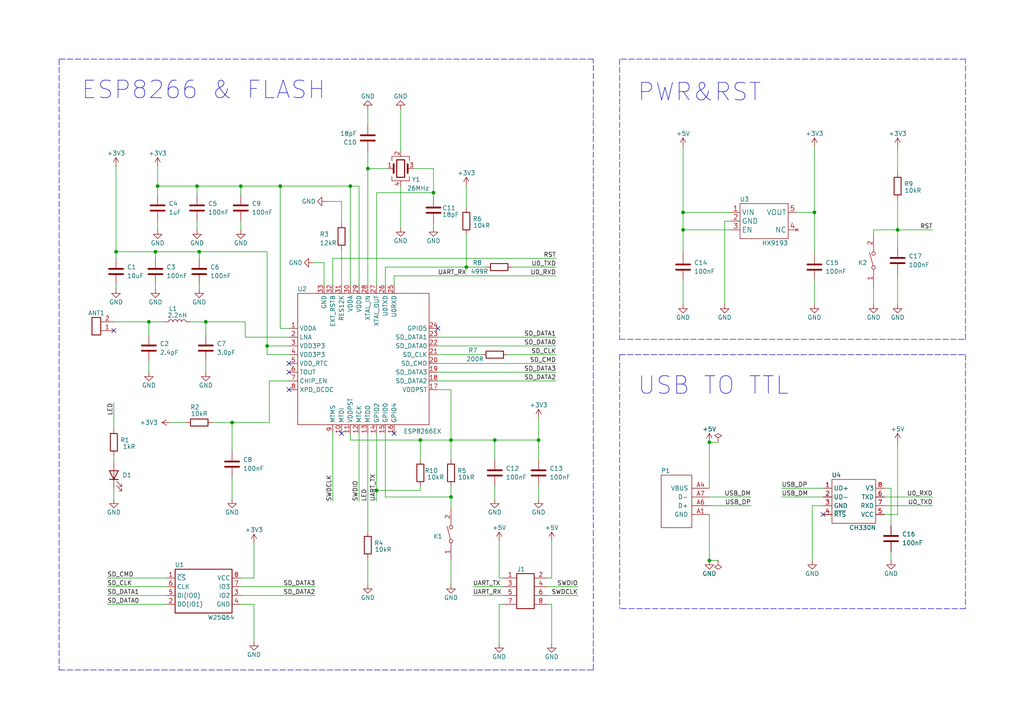
<source format=kicad_sch>
(kicad_sch (version 20211123) (generator eeschema)
  (paper "A4")
  (title_block (title "ESP8266 Wireless DAP") (date "2022-02-02") (rev "Version 1.2.1"))
  (lib_symbols
    (symbol "Connector:USB_C_Plug_USB2.0" (pin_names (offset 1.016))
      (property "Reference" "P" (at 0 16.51 0))
      (property "Value" "USB_C_Plug_USB2.0" (at 19.05 -1.27 0))
      (symbol "USB_C_Plug_USB2.0_0_0"
        (pin no_connect line (at -2.54 11.43 0) (length 2.54) hide (name "NC") (number "A5"))
        (pin no_connect line (at -2.54 8.89 0) (length 2.54) hide (name "NC") (number "A8"))
        (pin no_connect line (at -2.54 6.35 0) (length 2.54) hide (name "NC") (number "B5"))
        (pin no_connect line (at -2.54 3.81 0) (length 2.54) hide (name "NC") (number "B8"))
      )
      (symbol "USB_C_Plug_USB2.0_0_1"
        (rectangle (start 0 15.24) (end 8.89 0))
      )
      (symbol "USB_C_Plug_USB2.0_1_1"
        (pin passive line (at 13.97 3.81 180) (length 5.08) (name "GND") (number "A1"))
        (pin passive line (at 13.97 3.81 180) (length 5.08) hide (name "GND") (number "A12"))
        (pin passive line (at 13.97 11.43 180) (length 5.08) (name "VBUS") (number "A4"))
        (pin bidirectional line (at 13.97 6.35 180) (length 5.08) (name "D+") (number "A6"))
        (pin bidirectional line (at 13.97 8.89 180) (length 5.08) (name "D-") (number "A7"))
        (pin passive line (at 13.97 11.43 180) (length 5.08) hide (name "VBUS") (number "A9"))
        (pin passive line (at 13.97 3.81 180) (length 5.08) hide (name "GND") (number "B1"))
        (pin passive line (at 13.97 3.81 180) (length 5.08) hide (name "GND") (number "B12"))
        (pin passive line (at 13.97 11.43 180) (length 5.08) hide (name "VBUS") (number "B4"))
        (pin bidirectional line (at 13.97 6.35 180) (length 5.08) hide (name "D+") (number "B6"))
        (pin bidirectional line (at 13.97 8.89 180) (length 5.08) hide (name "D-") (number "B7"))
        (pin passive line (at 13.97 11.43 180) (length 5.08) hide (name "VBUS") (number "B9"))
      )
    )
    (symbol "Connector_Generic:Conn_01x02" (pin_names (offset 1.016) hide)
      (property "Reference" "J" (at 0 2.54 0))
      (property "Value" "Conn_01x02" (at 0 -5.08 0))
      (symbol "Conn_01x02_1_1"
        (rectangle (start -1.27 1.27) (end 1.27 -3.81) (stroke (width 0.254)))
        (pin passive line (at -5.08 0 0) (length 3.81) (name "Pin_1") (number "1"))
        (pin passive line (at -5.08 -2.54 0) (length 3.81) (name "Pin_2") (number "2"))
      )
    )
    (symbol "Connector_Generic:Conn_02x04_Odd_Even" (pin_names (offset 1.016) hide)
      (property "Reference" "J" (at 1.27 5.08 0))
      (property "Value" "Conn_02x04_Odd_Even" (at 1.27 -7.62 0))
      (symbol "Conn_02x04_Odd_Even_1_1"
        (rectangle (start -1.27 3.81) (end 3.81 -6.35) (stroke (width 0.254)))
        (pin passive line (at -5.08 2.54 0) (length 3.81) (name "Pin_1") (number "1"))
        (pin passive line (at 7.62 2.54 180) (length 3.81) (name "Pin_2") (number "2"))
        (pin passive line (at -5.08 0 0) (length 3.81) (name "Pin_3") (number "3"))
        (pin passive line (at 7.62 0 180) (length 3.81) (name "Pin_4") (number "4"))
        (pin passive line (at -5.08 -2.54 0) (length 3.81) (name "Pin_5") (number "5"))
        (pin passive line (at 7.62 -2.54 180) (length 3.81) (name "Pin_6") (number "6"))
        (pin passive line (at -5.08 -5.08 0) (length 3.81) (name "Pin_7") (number "7"))
        (pin passive line (at 7.62 -5.08 180) (length 3.81) (name "Pin_8") (number "8"))
      )
    )
    (symbol "Device:C" (pin_numbers hide) (pin_names (offset 0.254))
      (property "Reference" "C" (at 0.635 2.54 0))
      (property "Value" "C" (at 0.635 -2.54 0))
      (symbol "C_0_1"
        (polyline (pts (xy -2.032 -0.762) (xy 2.032 -0.762)) (stroke (width 0.508)))
        (polyline (pts (xy -2.032 0.762) (xy 2.032 0.762)) (stroke (width 0.508)))
      )
      (symbol "C_1_1"
        (pin passive line (at 0 3.81 270) (length 2.794) (name "~") (number "1"))
        (pin passive line (at 0 -3.81 90) (length 2.794) (name "~") (number "2"))
      )
    )
    (symbol "Device:Crystal_GND24" (pin_names (offset 1.016) hide)
      (property "Reference" "Y" (at 3.175 5.08 0))
      (property "Value" "Crystal_GND24" (at 3.175 3.175 0))
      (symbol "Crystal_GND24_0_1"
        (rectangle (start -1.143 2.54) (end 1.143 -2.54) (stroke (width 0.3048)))
        (polyline (pts (xy -2.54 0) (xy -2.032 0)))
        (polyline (pts (xy -2.032 -1.27) (xy -2.032 1.27)) (stroke (width 0.508)))
        (polyline (pts (xy 0 -3.81) (xy 0 -3.556)))
        (polyline (pts (xy 0 3.556) (xy 0 3.81)))
        (polyline (pts (xy 2.032 -1.27) (xy 2.032 1.27)) (stroke (width 0.508)))
        (polyline (pts (xy 2.032 0) (xy 2.54 0)))
        (polyline (pts (xy -2.54 -2.286) (xy -2.54 -3.556) (xy 2.54 -3.556) (xy 2.54 -2.286)))
        (polyline (pts (xy -2.54 2.286) (xy -2.54 3.556) (xy 2.54 3.556) (xy 2.54 2.286)))
      )
      (symbol "Crystal_GND24_1_1"
        (pin passive line (at -3.81 0 0) (length 1.27) (name "1") (number "1"))
        (pin passive line (at 0 5.08 270) (length 1.27) (name "2") (number "2"))
        (pin passive line (at 3.81 0 180) (length 1.27) (name "3") (number "3"))
        (pin passive line (at 0 -5.08 90) (length 1.27) (name "4") (number "4"))
      )
    )
    (symbol "Device:L" (pin_numbers hide) (pin_names (offset 1.016) hide)
      (property "Reference" "L" (at -1.27 0 90))
      (property "Value" "L" (at 1.905 0 90))
      (symbol "L_0_1"
        (arc (start 0 -2.54) (mid 0.635 -1.905) (end 0 -1.27))
        (arc (start 0 -1.27) (mid 0.635 -0.635) (end 0 0))
        (arc (start 0 0) (mid 0.635 0.635) (end 0 1.27))
        (arc (start 0 1.27) (mid 0.635 1.905) (end 0 2.54))
      )
      (symbol "L_1_1"
        (pin passive line (at 0 3.81 270) (length 1.27) (name "1") (number "1"))
        (pin passive line (at 0 -3.81 90) (length 1.27) (name "2") (number "2"))
      )
    )
    (symbol "Device:LED" (pin_numbers hide) (pin_names (offset 1.016) hide)
      (property "Reference" "D" (at 0 2.54 0))
      (property "Value" "LED" (at 0 -2.54 0))
      (symbol "LED_0_1"
        (polyline (pts (xy -1.27 -1.27) (xy -1.27 1.27)) (stroke (width 0.254)))
        (polyline (pts (xy -1.27 0) (xy 1.27 0)))
        (polyline (pts (xy 1.27 -1.27) (xy 1.27 1.27) (xy -1.27 0) (xy 1.27 -1.27)) (stroke (width 0.254)))
        (polyline (pts (xy -3.048 -0.762) (xy -4.572 -2.286) (xy -3.81 -2.286) (xy -4.572 -2.286) (xy -4.572 -1.524)))
        (polyline (pts (xy -1.778 -0.762) (xy -3.302 -2.286) (xy -2.54 -2.286) (xy -3.302 -2.286) (xy -3.302 -1.524)))
      )
      (symbol "LED_1_1"
        (pin passive line (at -3.81 0 0) (length 2.54) (name "K") (number "1"))
        (pin passive line (at 3.81 0 180) (length 2.54) (name "A") (number "2"))
      )
    )
    (symbol "Device:R" (pin_numbers hide) (pin_names (offset 0))
      (property "Reference" "R" (at 2.032 0 90))
      (property "Value" "R" (at 0 0 90))
      (symbol "R_0_1"
        (rectangle (start -1.016 -2.54) (end 1.016 2.54) (stroke (width 0.254)))
      )
      (symbol "R_1_1"
        (pin passive line (at 0 3.81 270) (length 1.27) (name "~") (number "1"))
        (pin passive line (at 0 -3.81 90) (length 1.27) (name "~") (number "2"))
      )
    )
    (symbol "ESP8266:ESP8266EX"
      (property "Reference" "U" (at 31.75 39.37 0))
      (property "Value" "ESP8266EX" (at 35.56 -1.27 0))
      (symbol "ESP8266EX_0_1"
        (rectangle (start 0 38.1) (end 38.1 0))
      )
      (symbol "ESP8266EX_1_1"
        (pin power_in line (at -2.54 27.94 0) (length 2.54) (name "VDDA") (number "1"))
        (pin bidirectional line (at 12.7 -2.54 90) (length 2.54) (name "MTDI") (number "10"))
        (pin power_in line (at 15.24 -2.54 90) (length 2.54) (name "VDDPST") (number "11"))
        (pin bidirectional line (at 17.78 -2.54 90) (length 2.54) (name "MTCK") (number "12"))
        (pin bidirectional line (at 20.32 -2.54 90) (length 2.54) (name "MTDO") (number "13"))
        (pin bidirectional line (at 22.86 -2.54 90) (length 2.54) (name "GPIO2") (number "14"))
        (pin bidirectional line (at 25.4 -2.54 90) (length 2.54) (name "GPIO0") (number "15"))
        (pin bidirectional line (at 27.94 -2.54 90) (length 2.54) (name "GPIO4") (number "16"))
        (pin power_in line (at 40.64 10.16 180) (length 2.54) (name "VDDPST") (number "17"))
        (pin bidirectional line (at 40.64 12.7 180) (length 2.54) (name "SD_DATA2") (number "18"))
        (pin bidirectional line (at 40.64 15.24 180) (length 2.54) (name "SD_DATA3") (number "19"))
        (pin input line (at -2.54 25.4 0) (length 2.54) (name "LNA") (number "2"))
        (pin bidirectional line (at 40.64 17.78 180) (length 2.54) (name "SD_CMD") (number "20"))
        (pin bidirectional line (at 40.64 20.32 180) (length 2.54) (name "SD_CLK") (number "21"))
        (pin bidirectional line (at 40.64 22.86 180) (length 2.54) (name "SD_DATA0") (number "22"))
        (pin bidirectional line (at 40.64 25.4 180) (length 2.54) (name "SD_DATA1") (number "23"))
        (pin bidirectional line (at 40.64 27.94 180) (length 2.54) (name "GPIO5") (number "24"))
        (pin bidirectional line (at 27.94 40.64 270) (length 2.54) (name "U0RXD") (number "25"))
        (pin bidirectional line (at 25.4 40.64 270) (length 2.54) (name "U0TXD") (number "26"))
        (pin input line (at 22.86 40.64 270) (length 2.54) (name "XTAL_OUT") (number "27"))
        (pin input line (at 20.32 40.64 270) (length 2.54) (name "XTAL_IN") (number "28"))
        (pin power_in line (at 17.78 40.64 270) (length 2.54) (name "VDDD") (number "29"))
        (pin power_in line (at -2.54 22.86 0) (length 2.54) (name "VDD3P3") (number "3"))
        (pin power_in line (at 15.24 40.64 270) (length 2.54) (name "VDDA") (number "30"))
        (pin output line (at 12.7 40.64 270) (length 2.54) (name "RES12K") (number "31"))
        (pin input line (at 10.16 40.64 270) (length 2.54) (name "EXT_RSTB") (number "32"))
        (pin power_in line (at 7.62 40.64 270) (length 2.54) (name "GND") (number "33"))
        (pin power_in line (at -2.54 20.32 0) (length 2.54) (name "VDD3P3") (number "4"))
        (pin passive line (at -2.54 17.78 0) (length 2.54) (name "VDD_RTC") (number "5"))
        (pin passive line (at -2.54 15.24 0) (length 2.54) (name "TOUT") (number "6"))
        (pin input line (at -2.54 12.7 0) (length 2.54) (name "CHIP_EN") (number "7"))
        (pin passive line (at -2.54 10.16 0) (length 2.54) (name "XPD_DCDC") (number "8"))
        (pin bidirectional line (at 10.16 -2.54 90) (length 2.54) (name "MTMS") (number "9"))
      )
    )
    (symbol "ESP8266:HX9193"
      (property "Reference" "U" (at 1.27 11.43 0))
      (property "Value" "HX9193" (at 10.16 -1.27 0))
      (symbol "HX9193_0_1"
        (rectangle (start 0 10.16) (end 13.97 0))
      )
      (symbol "HX9193_1_1"
        (pin power_in line (at -2.54 7.62 0) (length 2.54) (name "VIN") (number "1"))
        (pin power_in line (at -2.54 5.08 0) (length 2.54) (name "GND") (number "2"))
        (pin input line (at -2.54 2.54 0) (length 2.54) (name "EN") (number "3"))
        (pin no_connect line (at 16.51 2.54 180) (length 2.54) (name "NC") (number "4"))
        (pin power_out line (at 16.51 7.62 180) (length 2.54) (name "VOUT") (number "5"))
      )
    )
    (symbol "ESP8266:W25Q64"
      (property "Reference" "U" (at 1.27 13.97 0))
      (property "Value" "W25Q64" (at 12.7 -1.27 0))
      (symbol "W25Q64_0_1"
        (rectangle (start 0 12.7) (end 16.51 0) (stroke (width 0.254)))
      )
      (symbol "W25Q64_1_1"
        (pin input line (at -2.54 10.16 0) (length 2.54) (name "~{CS}") (number "1"))
        (pin bidirectional line (at -2.54 2.54 0) (length 2.54) (name "DO(IO1)") (number "2"))
        (pin bidirectional line (at 19.05 5.08 180) (length 2.54) (name "IO2") (number "3"))
        (pin power_in line (at 19.05 2.54 180) (length 2.54) (name "GND") (number "4"))
        (pin bidirectional line (at -2.54 5.08 0) (length 2.54) (name "DI(IO0)") (number "5"))
        (pin input line (at -2.54 7.62 0) (length 2.54) (name "CLK") (number "6"))
        (pin bidirectional line (at 19.05 7.62 180) (length 2.54) (name "IO3") (number "7"))
        (pin power_in line (at 19.05 10.16 180) (length 2.54) (name "VCC") (number "8"))
      )
    )
    (symbol "Interface_USB:CH330N"
      (property "Reference" "U" (at 0 13.97 0))
      (property "Value" "CH330N" (at 15.24 -1.27 0))
      (symbol "CH330N_0_1"
        (rectangle (start 0 12.7) (end 12.7 0))
      )
      (symbol "CH330N_1_1"
        (pin bidirectional line (at -2.54 10.16 0) (length 2.54) (name "UD+") (number "1"))
        (pin bidirectional line (at -2.54 7.62 0) (length 2.54) (name "UD-") (number "2"))
        (pin power_in line (at -2.54 5.08 0) (length 2.54) (name "GND") (number "3"))
        (pin output line (at -2.54 2.54 0) (length 2.54) (name "~{RTS}") (number "4"))
        (pin power_in line (at 15.24 2.54 180) (length 2.54) (name "VCC") (number "5"))
        (pin output line (at 15.24 7.62 180) (length 2.54) (name "TXD") (number "6"))
        (pin input line (at 15.24 5.08 180) (length 2.54) (name "RXD") (number "7"))
        (pin passive line (at 15.24 10.16 180) (length 2.54) (name "V3") (number "8"))
      )
    )
    (symbol "Switch:SW_DIP_x01" (pin_names (offset 0) hide)
      (property "Reference" "SW" (at 0 3.81 0))
      (property "Value" "SW_DIP_x01" (at 0 -3.81 0))
      (symbol "SW_DIP_x01_0_0"
        (circle (center -2.032 0) (radius 0.508))
        (polyline (pts (xy -1.524 0.127) (xy 2.3622 1.1684)))
        (circle (center 2.032 0) (radius 0.508))
      )
      (symbol "SW_DIP_x01_1_1"
        (pin passive line (at -7.62 0 0) (length 5.08) (name "~") (number "1"))
        (pin passive line (at 7.62 0 180) (length 5.08) (name "~") (number "2"))
      )
    )
    (symbol "power:+3.3V" (power) (pin_names (offset 0))
      (property "Value" "+3.3V" (at 0 3.556 0))
      (symbol "+3.3V_0_1"
        (polyline (pts (xy -0.762 1.27) (xy 0 2.54)))
        (polyline (pts (xy 0 0) (xy 0 2.54)))
        (polyline (pts (xy 0 2.54) (xy 0.762 1.27)))
      )
      (symbol "+3.3V_1_1"
        (pin power_in line (at 0 0 90) (length 0) hide (name "+3V3") (number "1"))
      )
    )
    (symbol "power:+5V" (power) (pin_names (offset 0))
      (property "Value" "+5V" (at 0 3.556 0))
      (symbol "+5V_0_1"
        (polyline (pts (xy -0.762 1.27) (xy 0 2.54)))
        (polyline (pts (xy 0 0) (xy 0 2.54)))
        (polyline (pts (xy 0 2.54) (xy 0.762 1.27)))
      )
      (symbol "+5V_1_1"
        (pin power_in line (at 0 0 90) (length 0) hide (name "+5V") (number "1"))
      )
    )
    (symbol "power:GND" (power) (pin_names (offset 0))
      (property "Value" "GND" (at 0 -3.81 0))
      (symbol "GND_0_1"
        (polyline (pts (xy 0 0) (xy 0 -1.27) (xy 1.27 -1.27) (xy 0 -2.54) (xy -1.27 -1.27) (xy 0 -1.27)))
      )
      (symbol "GND_1_1"
        (pin power_in line (at 0 0 270) (length 0) hide (name "GND") (number "1"))
      )
    )
    (symbol "power:PWR_FLAG" (power) (pin_numbers hide) (pin_names (offset 0) hide)
      (property "Value" "PWR_FLAG" (at 0 3.81 0))
      (symbol "PWR_FLAG_0_0"
        (pin power_out line (at 0 0 90) (length 0) (name "pwr") (number "1"))
      )
      (symbol "PWR_FLAG_0_1"
        (polyline (pts (xy 0 0) (xy 0 1.27) (xy -1.016 1.905) (xy 0 2.54) (xy 1.016 1.905) (xy 0 1.27)))
      )
    )
  )
  (junction (at 121.92 127.635))
  (junction (at 135.255 77.47))
  (junction (at 260.35 66.675))
  (junction (at 81.28 53.975))
  (junction (at 156.21 127.635))
  (junction (at 205.74 162.56))
  (junction (at 45.085 73.025))
  (junction (at 57.785 73.025))
  (junction (at 130.81 127.635))
  (junction (at 205.74 128.27))
  (junction (at 67.31 122.555))
  (junction (at 43.18 93.345))
  (junction (at 125.73 55.88))
  (junction (at 77.47 100.33))
  (junction (at 33.655 73.025))
  (junction (at 143.51 127.635))
  (junction (at 69.85 53.975))
  (junction (at 198.12 61.595))
  (junction (at 101.6 53.975))
  (junction (at 57.15 53.975))
  (junction (at 106.68 48.895))
  (junction (at 236.22 61.595))
  (junction (at 198.12 66.675))
  (junction (at 130.81 144.145))
  (junction (at 59.69 93.345))
  (junction (at 45.72 53.975))
  (junction (at 109.22 142.24))
  (no_connect (at 33.02 95.885))
  (no_connect (at 238.76 149.225))
  (no_connect (at 99.06 125.73))
  (no_connect (at 127 95.25))
  (no_connect (at 114.3 125.73))
  (no_connect (at 83.82 107.95))
  (no_connect (at 83.82 105.41))
  (no_connect (at 83.82 113.03))
  (wire (pts (xy 198.12 66.675) (xy 212.09 66.675)))
  (wire (pts (xy 130.81 162.56) (xy 130.81 169.545)))
  (wire (pts (xy 125.73 48.895) (xy 120.015 48.895)))
  (wire (pts (xy 127 105.41) (xy 161.29 105.41)))
  (wire (pts (xy 205.74 128.27) (xy 205.74 141.605)))
  (wire (pts (xy 198.12 66.675) (xy 198.12 73.66)))
  (wire (pts (xy 226.695 141.605) (xy 238.76 141.605)))
  (wire (pts (xy 31.115 167.64) (xy 48.26 167.64)))
  (wire (pts (xy 205.74 162.56) (xy 208.28 162.56)))
  (wire (pts (xy 109.22 82.55) (xy 109.22 55.88)))
  (wire (pts (xy 111.76 144.145) (xy 130.81 144.145)))
  (wire (pts (xy 93.98 76.2) (xy 93.98 82.55)))
  (wire (pts (xy 45.72 53.975) (xy 57.15 53.975)))
  (wire (pts (xy 260.35 149.225) (xy 256.54 149.225)))
  (wire (pts (xy 33.02 93.345) (xy 43.18 93.345)))
  (wire (pts (xy 256.54 144.145) (xy 270.51 144.145)))
  (wire (pts (xy 101.6 53.975) (xy 81.28 53.975)))
  (polyline (pts (xy 280.035 176.53) (xy 179.705 176.53)))
  (wire (pts (xy 127 107.95) (xy 161.29 107.95)))
  (wire (pts (xy 96.52 125.73) (xy 96.52 145.415)))
  (wire (pts (xy 143.51 140.97) (xy 143.51 144.78)))
  (wire (pts (xy 114.3 82.55) (xy 114.3 80.01)))
  (wire (pts (xy 77.47 73.025) (xy 77.47 100.33)))
  (wire (pts (xy 99.06 72.39) (xy 99.06 82.55)))
  (wire (pts (xy 81.28 95.25) (xy 81.28 53.975)))
  (wire (pts (xy 158.75 175.26) (xy 160.02 175.26)))
  (wire (pts (xy 127 102.87) (xy 139.7 102.87)))
  (wire (pts (xy 45.72 53.975) (xy 45.72 56.515)))
  (wire (pts (xy 125.73 57.15) (xy 125.73 55.88)))
  (polyline (pts (xy 179.705 102.87) (xy 280.035 102.87)))
  (wire (pts (xy 109.22 125.73) (xy 109.22 142.24)))
  (wire (pts (xy 236.22 61.595) (xy 236.22 42.545)))
  (wire (pts (xy 77.47 100.33) (xy 77.47 102.87)))
  (wire (pts (xy 160.02 167.64) (xy 160.02 156.845)))
  (wire (pts (xy 104.14 53.975) (xy 101.6 53.975)))
  (wire (pts (xy 57.15 56.515) (xy 57.15 53.975)))
  (wire (pts (xy 210.185 64.135) (xy 210.185 88.265)))
  (wire (pts (xy 253.365 67.945) (xy 253.365 66.675)))
  (wire (pts (xy 116.205 53.975) (xy 116.205 66.04)))
  (wire (pts (xy 67.31 122.555) (xy 67.31 130.81)))
  (wire (pts (xy 69.85 53.975) (xy 81.28 53.975)))
  (wire (pts (xy 57.15 53.975) (xy 69.85 53.975)))
  (wire (pts (xy 144.78 156.845) (xy 144.78 167.64)))
  (wire (pts (xy 106.68 36.195) (xy 106.68 31.75)))
  (wire (pts (xy 135.255 77.47) (xy 140.97 77.47)))
  (wire (pts (xy 69.85 64.135) (xy 69.85 66.675)))
  (polyline (pts (xy 280.035 17.145) (xy 179.705 17.145)))
  (wire (pts (xy 130.81 113.03) (xy 127 113.03)))
  (wire (pts (xy 130.81 127.635) (xy 130.81 133.35)))
  (wire (pts (xy 94.615 58.42) (xy 99.06 58.42)))
  (wire (pts (xy 78.105 110.49) (xy 78.105 122.555)))
  (wire (pts (xy 109.22 142.24) (xy 109.22 145.415)))
  (wire (pts (xy 258.445 141.605) (xy 258.445 152.4)))
  (wire (pts (xy 33.02 116.84) (xy 33.02 124.46)))
  (wire (pts (xy 253.365 66.675) (xy 260.35 66.675)))
  (wire (pts (xy 45.72 48.26) (xy 45.72 53.975)))
  (polyline (pts (xy 179.705 98.425) (xy 280.035 98.425)))
  (wire (pts (xy 83.82 100.33) (xy 77.47 100.33)))
  (wire (pts (xy 90.805 76.2) (xy 93.98 76.2)))
  (wire (pts (xy 236.22 81.28) (xy 236.22 88.265)))
  (wire (pts (xy 125.73 64.77) (xy 125.73 66.04)))
  (wire (pts (xy 156.21 140.97) (xy 156.21 144.78)))
  (wire (pts (xy 156.21 127.635) (xy 156.21 133.35)))
  (wire (pts (xy 57.785 73.025) (xy 77.47 73.025)))
  (wire (pts (xy 156.21 121.285) (xy 156.21 127.635)))
  (wire (pts (xy 135.255 53.975) (xy 135.255 60.325)))
  (wire (pts (xy 83.82 97.79) (xy 71.12 97.79)))
  (wire (pts (xy 33.02 141.605) (xy 33.02 144.78)))
  (wire (pts (xy 236.22 61.595) (xy 236.22 73.66)))
  (wire (pts (xy 33.02 133.985) (xy 33.02 132.08)))
  (wire (pts (xy 101.6 127.635) (xy 121.92 127.635)))
  (wire (pts (xy 130.81 144.145) (xy 130.81 147.32)))
  (wire (pts (xy 106.68 48.895) (xy 112.395 48.895)))
  (wire (pts (xy 111.76 125.73) (xy 111.76 144.145)))
  (wire (pts (xy 73.66 175.26) (xy 73.66 186.055)))
  (wire (pts (xy 43.18 104.775) (xy 43.18 107.95)))
  (wire (pts (xy 111.76 82.55) (xy 111.76 77.47)))
  (wire (pts (xy 101.6 125.73) (xy 101.6 127.635)))
  (polyline (pts (xy 172.085 194.31) (xy 172.085 17.145)))
  (wire (pts (xy 144.78 175.26) (xy 144.78 186.69)))
  (wire (pts (xy 160.02 175.26) (xy 160.02 186.69)))
  (polyline (pts (xy 280.035 102.87) (xy 280.035 176.53)))
  (wire (pts (xy 235.585 162.56) (xy 235.585 146.685)))
  (wire (pts (xy 33.655 48.26) (xy 33.655 73.025)))
  (wire (pts (xy 256.54 146.685) (xy 270.51 146.685)))
  (wire (pts (xy 121.92 127.635) (xy 130.81 127.635)))
  (wire (pts (xy 106.68 125.73) (xy 106.68 154.305)))
  (wire (pts (xy 49.53 122.555) (xy 53.975 122.555)))
  (wire (pts (xy 109.22 55.88) (xy 125.73 55.88)))
  (wire (pts (xy 71.12 93.345) (xy 59.69 93.345)))
  (wire (pts (xy 33.655 82.55) (xy 33.655 83.82)))
  (wire (pts (xy 83.82 95.25) (xy 81.28 95.25)))
  (wire (pts (xy 111.76 77.47) (xy 135.255 77.47)))
  (wire (pts (xy 205.74 128.27) (xy 208.28 128.27)))
  (wire (pts (xy 83.82 110.49) (xy 78.105 110.49)))
  (wire (pts (xy 158.75 167.64) (xy 160.02 167.64)))
  (wire (pts (xy 73.66 157.48) (xy 73.66 167.64)))
  (wire (pts (xy 226.695 144.145) (xy 238.76 144.145)))
  (wire (pts (xy 137.16 170.18) (xy 146.05 170.18)))
  (wire (pts (xy 161.29 74.93) (xy 96.52 74.93)))
  (wire (pts (xy 45.085 74.93) (xy 45.085 73.025)))
  (wire (pts (xy 114.3 80.01) (xy 161.29 80.01)))
  (wire (pts (xy 116.205 43.815) (xy 116.205 31.75)))
  (wire (pts (xy 205.74 149.225) (xy 205.74 162.56)))
  (wire (pts (xy 205.74 144.145) (xy 217.805 144.145)))
  (polyline (pts (xy 179.705 102.87) (xy 179.705 176.53)))
  (wire (pts (xy 125.73 48.895) (xy 125.73 55.88)))
  (wire (pts (xy 198.12 42.545) (xy 198.12 61.595)))
  (wire (pts (xy 258.445 160.02) (xy 258.445 162.56)))
  (wire (pts (xy 148.59 77.47) (xy 161.29 77.47)))
  (wire (pts (xy 256.54 141.605) (xy 258.445 141.605)))
  (wire (pts (xy 33.655 73.025) (xy 45.085 73.025)))
  (wire (pts (xy 31.115 172.72) (xy 48.26 172.72)))
  (wire (pts (xy 260.35 42.545) (xy 260.35 50.165)))
  (wire (pts (xy 106.68 161.925) (xy 106.68 169.545)))
  (wire (pts (xy 198.12 81.28) (xy 198.12 88.265)))
  (wire (pts (xy 147.32 102.87) (xy 161.29 102.87)))
  (wire (pts (xy 45.085 82.55) (xy 45.085 83.82)))
  (wire (pts (xy 212.09 64.135) (xy 210.185 64.135)))
  (wire (pts (xy 109.22 142.24) (xy 121.92 142.24)))
  (wire (pts (xy 69.85 175.26) (xy 73.66 175.26)))
  (wire (pts (xy 73.66 167.64) (xy 69.85 167.64)))
  (wire (pts (xy 235.585 146.685) (xy 238.76 146.685)))
  (wire (pts (xy 47.625 93.345) (xy 43.18 93.345)))
  (wire (pts (xy 69.85 53.975) (xy 69.85 56.515)))
  (wire (pts (xy 260.35 128.27) (xy 260.35 149.225)))
  (wire (pts (xy 57.15 64.135) (xy 57.15 66.675)))
  (wire (pts (xy 61.595 122.555) (xy 67.31 122.555)))
  (polyline (pts (xy 280.035 98.425) (xy 280.035 17.145)))
  (wire (pts (xy 45.72 64.135) (xy 45.72 66.675)))
  (wire (pts (xy 69.85 170.18) (xy 91.44 170.18)))
  (wire (pts (xy 198.12 61.595) (xy 198.12 66.675)))
  (wire (pts (xy 143.51 127.635) (xy 130.81 127.635)))
  (wire (pts (xy 59.69 104.775) (xy 59.69 107.95)))
  (wire (pts (xy 130.81 140.97) (xy 130.81 144.145)))
  (wire (pts (xy 260.35 79.375) (xy 260.35 88.265)))
  (wire (pts (xy 127 100.33) (xy 161.29 100.33)))
  (wire (pts (xy 106.68 82.55) (xy 106.68 48.895)))
  (wire (pts (xy 127 97.79) (xy 161.29 97.79)))
  (polyline (pts (xy 17.145 194.31) (xy 172.085 194.31)))
  (wire (pts (xy 106.68 43.815) (xy 106.68 48.895)))
  (wire (pts (xy 127 110.49) (xy 161.29 110.49)))
  (wire (pts (xy 121.92 142.24) (xy 121.92 140.97)))
  (wire (pts (xy 45.085 73.025) (xy 57.785 73.025)))
  (wire (pts (xy 55.245 93.345) (xy 59.69 93.345)))
  (wire (pts (xy 96.52 74.93) (xy 96.52 82.55)))
  (wire (pts (xy 78.105 122.555) (xy 67.31 122.555)))
  (wire (pts (xy 135.255 77.47) (xy 135.255 67.945)))
  (wire (pts (xy 121.92 127.635) (xy 121.92 133.35)))
  (wire (pts (xy 104.14 125.73) (xy 104.14 145.415)))
  (wire (pts (xy 146.05 175.26) (xy 144.78 175.26)))
  (wire (pts (xy 57.785 82.55) (xy 57.785 83.82)))
  (wire (pts (xy 260.35 57.785) (xy 260.35 66.675)))
  (wire (pts (xy 156.21 127.635) (xy 143.51 127.635)))
  (wire (pts (xy 99.06 58.42) (xy 99.06 64.77)))
  (wire (pts (xy 69.85 172.72) (xy 91.44 172.72)))
  (wire (pts (xy 260.35 66.675) (xy 260.35 71.755)))
  (wire (pts (xy 33.655 73.025) (xy 33.655 74.93)))
  (wire (pts (xy 231.14 61.595) (xy 236.22 61.595)))
  (wire (pts (xy 31.115 175.26) (xy 48.26 175.26)))
  (wire (pts (xy 67.31 138.43) (xy 67.31 144.78)))
  (polyline (pts (xy 172.085 17.145) (xy 17.145 17.145)))
  (wire (pts (xy 130.81 127.635) (xy 130.81 113.03)))
  (wire (pts (xy 71.12 97.79) (xy 71.12 93.345)))
  (wire (pts (xy 260.35 66.675) (xy 270.51 66.675)))
  (wire (pts (xy 158.75 170.18) (xy 167.64 170.18)))
  (wire (pts (xy 59.69 93.345) (xy 59.69 97.155)))
  (wire (pts (xy 205.74 146.685) (xy 217.805 146.685)))
  (wire (pts (xy 77.47 102.87) (xy 83.82 102.87)))
  (wire (pts (xy 31.115 170.18) (xy 48.26 170.18)))
  (wire (pts (xy 101.6 82.55) (xy 101.6 53.975)))
  (wire (pts (xy 137.16 172.72) (xy 146.05 172.72)))
  (wire (pts (xy 143.51 127.635) (xy 143.51 133.35)))
  (wire (pts (xy 57.785 73.025) (xy 57.785 74.93)))
  (polyline (pts (xy 17.145 17.145) (xy 17.145 194.31)))
  (wire (pts (xy 144.78 167.64) (xy 146.05 167.64)))
  (wire (pts (xy 158.75 172.72) (xy 167.64 172.72)))
  (wire (pts (xy 198.12 61.595) (xy 212.09 61.595)))
  (polyline (pts (xy 179.705 17.145) (xy 179.705 98.425)))
  (wire (pts (xy 43.18 93.345) (xy 43.18 97.155)))
  (wire (pts (xy 104.14 82.55) (xy 104.14 53.975)))
  (wire (pts (xy 253.365 83.185) (xy 253.365 88.265)))
  (text "ESP8266 & FLASH" (at 23.495 29.21 0) (effects (font (size 5.08 5.08)) (justify left bottom)))
  (text "PWR&RST" (at 184.785 29.845 0) (effects (font (size 5.08 5.08)) (justify left bottom)))
  (text "USB TO TTL" (at 184.785 114.935 0) (effects (font (size 5.08 5.08)) (justify left bottom)))
  (label "U0_RXD" (at 161.29 80.01 180))
  (label "SD_DATA3" (at 161.29 107.95 180))
  (label "SD_CLK" (at 31.115 170.18 0))
  (label "SWDCLK" (at 96.52 145.415 90))
  (label "SD_CLK" (at 161.29 102.87 180))
  (label "SD_DATA0" (at 161.29 100.33 180))
  (label "UART_RX" (at 137.16 172.72 0))
  (label "USB_DM" (at 217.805 144.145 180))
  (label "USB_DP" (at 226.695 141.605 0))
  (label "RST" (at 270.51 66.675 180))
  (label "SD_DATA2" (at 161.29 110.49 180))
  (label "SD_CMD" (at 161.29 105.41 180))
  (label "UART_TX" (at 137.16 170.18 0))
  (label "LED" (at 106.68 145.415 90))
  (label "USB_DP" (at 217.805 146.685 180))
  (label "U0_TXD" (at 161.29 77.47 180))
  (label "SWDCLK" (at 167.64 172.72 180))
  (label "LED" (at 33.02 116.84 270))
  (label "SD_DATA2" (at 91.44 172.72 180))
  (label "SD_DATA3" (at 91.44 170.18 180))
  (label "U0_TXD" (at 270.51 146.685 180))
  (label "UART_TX" (at 109.22 145.415 90))
  (label "SWDIO" (at 104.14 145.415 90))
  (label "SD_DATA1" (at 31.115 172.72 0))
  (label "U0_RXD" (at 270.51 144.145 180))
  (label "SD_DATA0" (at 31.115 175.26 0))
  (label "RST" (at 161.29 74.93 180))
  (label "UART_RX" (at 127 80.01 0))
  (label "USB_DM" (at 226.695 144.145 0))
  (label "SWDIO" (at 167.64 170.18 180))
  (label "SD_DATA1" (at 161.29 97.79 180))
  (label "SD_CMD" (at 31.115 167.64 0))
  (symbol (lib_id "power:GND") (at 57.15 66.675 0) (unit 1)
    (property "Reference" "#PWR010" (effects hide))
    (property "Value" "GND" (at 57.15 70.485 0))
  )
  (symbol (lib_id "power:GND") (at 94.615 58.42 270) (unit 1)
    (property "Reference" "#PWR018" (effects hide))
    (property "Value" "GND" (at 89.535 58.42 90))
  )
  (symbol (lib_id "power:+3.3V") (at 135.255 53.975 0) (unit 1)
    (property "Reference" "#PWR025" (effects hide))
    (property "Value" "+3.3V" (at 135.255 50.165 0))
  )
  (symbol (lib_id "Switch:SW_DIP_x01") (at 253.365 75.565 90) (unit 1)
    (property "Reference" "K2" (at 250.19 76.2 90))
    (property "Value" "SW_DIP_x01" (effects hide))
    (property "Footprint" "Button_Switch_SMD:SW_Push_SPST_NO_Alps_SKRK" (effects hide))
  )
  (symbol (lib_id "Device:C") (at 43.18 100.965 0) (unit 1)
    (property "Reference" "C2" (at 46.355 99.6949 0) (effects (justify left)))
    (property "Value" "2.4pF" (at 46.355 102.2349 0) (effects (justify left)))
    (property "Footprint" "Capacitor_SMD:C_0603_1608Metric" (effects hide))
  )
  (symbol (lib_id "Device:C") (at 143.51 137.16 0) (unit 1)
    (property "Reference" "C12" (at 146.685 135.8899 0) (effects (justify left)))
    (property "Value" "100nF" (at 146.685 138.4299 0) (effects (justify left)))
    (property "Footprint" "Capacitor_SMD:C_0603_1608Metric" (effects hide))
  )
  (symbol (lib_id "power:GND") (at 116.205 66.04 0) (unit 1)
    (property "Reference" "#PWR022" (effects hide))
    (property "Value" "GND" (at 116.205 69.85 0))
  )
  (symbol (lib_id "ESP8266:HX9193") (at 214.63 69.215 0) (unit 1)
    (property "Reference" "U3" (at 215.9 57.785 0))
    (property "Value" "HX9193" (at 224.79 70.485 0))
    (property "Footprint" "Package_TO_SOT_SMD:SOT-23-5" (effects hide))
  )
  (symbol (lib_id "power:+3.3V") (at 260.35 42.545 0) (unit 1)
    (property "Reference" "#PWR043" (effects hide))
    (property "Value" "+3.3V" (at 260.35 38.735 0))
  )
  (symbol (lib_id "Device:C") (at 59.69 100.965 0) (unit 1)
    (property "Reference" "C7" (at 62.865 99.6949 0) (effects (justify left)))
    (property "Value" "3.0pF" (at 62.865 102.2349 0) (effects (justify left)))
    (property "Footprint" "Capacitor_SMD:C_0603_1608Metric" (effects hide))
  )
  (symbol (lib_id "power:GND") (at 125.73 66.04 0) (unit 1)
    (property "Reference" "#PWR023" (effects hide))
    (property "Value" "GND" (at 125.73 69.85 0))
  )
  (symbol (lib_id "power:GND") (at 67.31 144.78 0) (unit 1)
    (property "Reference" "#PWR013" (effects hide))
    (property "Value" "GND" (at 67.31 148.59 0))
  )
  (symbol (lib_id "power:GND") (at 90.805 76.2 270) (unit 1)
    (property "Reference" "#PWR017" (effects hide))
    (property "Value" "GND" (at 85.725 76.2 90))
  )
  (symbol (lib_id "Device:C") (at 33.655 78.74 0) (unit 1)
    (property "Reference" "C1" (at 36.83 77.4699 0) (effects (justify left)))
    (property "Value" "10uF" (at 36.83 80.0099 0) (effects (justify left)))
    (property "Footprint" "Capacitor_SMD:C_0603_1608Metric" (effects hide))
  )
  (symbol (lib_id "power:+3.3V") (at 73.66 157.48 0) (unit 1)
    (property "Reference" "#PWR015" (effects hide))
    (property "Value" "+3.3V" (at 73.66 153.67 0))
  )
  (symbol (lib_id "power:GND") (at 160.02 186.69 0) (mirror y) (unit 1)
    (property "Reference" "#PWR032" (effects hide))
    (property "Value" "GND" (at 160.02 190.5 0))
  )
  (symbol (lib_id "power:GND") (at 106.68 31.75 180) (unit 1)
    (property "Reference" "#PWR019" (effects hide))
    (property "Value" "GND" (at 106.68 27.94 0))
  )
  (symbol (lib_id "Connector_Generic:Conn_02x04_Odd_Even") (at 151.13 170.18 0) (unit 1)
    (property "Reference" "J1" (at 151.13 165.1 0))
    (property "Value" "Conn_02x04_Odd_Even" (effects hide))
    (property "Footprint" "Connector_PinHeader_1.27mm:PinHeader_2x04_P1.27mm_Vertical_SMD" (effects hide))
  )
  (symbol (lib_id "Device:R") (at 135.255 64.135 180) (unit 1)
    (property "Reference" "R6" (at 138.43 63.5 0))
    (property "Value" "10kR" (at 139.7 65.405 0))
    (property "Footprint" "Resistor_SMD:R_0603_1608Metric" (effects hide))
  )
  (symbol (lib_id "Device:C") (at 125.73 60.96 0) (unit 1)
    (property "Reference" "C11" (at 128.27 60.325 0) (effects (justify left)))
    (property "Value" "18pF" (at 128.27 62.23 0) (effects (justify left)))
    (property "Footprint" "Capacitor_SMD:C_0603_1608Metric" (effects hide))
  )
  (symbol (lib_id "power:GND") (at 198.12 88.265 0) (unit 1)
    (property "Reference" "#PWR034" (effects hide))
    (property "Value" "GND" (at 198.12 92.075 0))
  )
  (symbol (lib_id "Device:R") (at 99.06 68.58 0) (unit 1)
    (property "Reference" "R3" (at 92.71 67.945 0) (effects (justify left)))
    (property "Value" "12kR" (at 92.71 70.485 0) (effects (justify left)))
    (property "Footprint" "Resistor_SMD:R_0603_1608Metric" (effects hide))
  )
  (symbol (lib_id "power:PWR_FLAG") (at 208.28 128.27 0) (unit 1)
    (property "Reference" "#FLG01" (effects hide))
    (property "Value" "PWR_FLAG" (effects hide))
  )
  (symbol (lib_id "power:+3.3V") (at 156.21 121.285 0) (unit 1)
    (property "Reference" "#PWR029" (effects hide))
    (property "Value" "+3.3V" (at 156.21 117.475 0))
  )
  (symbol (lib_id "power:GND") (at 235.585 162.56 0) (unit 1)
    (property "Reference" "#PWR038" (effects hide))
    (property "Value" "GND" (at 235.585 166.37 0))
  )
  (symbol (lib_id "power:+3.3V") (at 33.655 48.26 0) (unit 1)
    (property "Reference" "#PWR02" (effects hide))
    (property "Value" "+3.3V" (at 33.655 44.45 0))
  )
  (symbol (lib_id "Device:R") (at 57.785 122.555 90) (unit 1)
    (property "Reference" "R2" (at 56.515 118.11 90))
    (property "Value" "10kR" (at 57.785 120.015 90))
    (property "Footprint" "Resistor_SMD:R_0603_1608Metric" (effects hide))
  )
  (symbol (lib_id "Connector:USB_C_Plug_USB2.0") (at 191.77 153.035 0) (unit 1)
    (property "Reference" "P1" (at 193.04 136.525 0))
    (property "Value" "USB_C_Plug_USB2.0" (effects hide))
    (property "Footprint" "Connector_USB:USB_C_Receptacle_HRO_TYPE-C-31-M-12" (effects hide))
    (property "Datasheet" "https://www.usb.org/sites/default/files/documents/usb_type-c.zip" (effects hide))
  )
  (symbol (lib_id "power:+5V") (at 144.78 156.845 0) (unit 1)
    (property "Reference" "#PWR027" (effects hide))
    (property "Value" "+5V" (at 144.78 153.035 0))
  )
  (symbol (lib_id "power:GND") (at 258.445 162.56 0) (unit 1)
    (property "Reference" "#PWR042" (effects hide))
    (property "Value" "GND" (at 258.445 166.37 0))
  )
  (symbol (lib_id "Device:R") (at 260.35 53.975 180) (unit 1)
    (property "Reference" "R9" (at 263.525 53.34 0))
    (property "Value" "10kR" (at 264.795 55.245 0))
    (property "Footprint" "Resistor_SMD:R_0603_1608Metric" (effects hide))
  )
  (symbol (lib_id "Device:L") (at 51.435 93.345 90) (unit 1)
    (property "Reference" "L1" (at 50.165 89.535 90))
    (property "Value" "2.2nH" (at 51.435 91.44 90))
    (property "Footprint" "Inductor_SMD:L_0603_1608Metric" (effects hide))
  )
  (symbol (lib_id "power:GND") (at 205.74 162.56 0) (unit 1)
    (property "Reference" "#PWR036" (effects hide))
    (property "Value" "GND" (at 205.74 166.37 0))
  )
  (symbol (lib_id "power:GND") (at 156.21 144.78 0) (unit 1)
    (property "Reference" "#PWR030" (effects hide))
    (property "Value" "GND" (at 156.21 148.59 0))
  )
  (symbol (lib_id "ESP8266:ESP8266EX") (at 86.36 123.19 0) (unit 1)
    (property "Reference" "U2" (at 87.63 83.82 0))
    (property "Value" "ESP8266EX" (at 122.555 125.095 0))
    (property "Footprint" "ESP8266:ESP8266" (effects hide))
  )
  (symbol (lib_id "Device:R") (at 33.02 128.27 180) (unit 1)
    (property "Reference" "R1" (at 36.195 127.635 0))
    (property "Value" "1kR" (at 37.465 129.54 0))
    (property "Footprint" "Resistor_SMD:R_0603_1608Metric" (effects hide))
  )
  (symbol (lib_id "power:GND") (at 45.72 66.675 0) (unit 1)
    (property "Reference" "#PWR08" (effects hide))
    (property "Value" "GND" (at 45.72 70.485 0))
  )
  (symbol (lib_id "power:GND") (at 143.51 144.78 0) (unit 1)
    (property "Reference" "#PWR026" (effects hide))
    (property "Value" "GND" (at 143.51 148.59 0))
  )
  (symbol (lib_id "Device:C") (at 69.85 60.325 0) (unit 1)
    (property "Reference" "C9" (at 73.025 59.0549 0) (effects (justify left)))
    (property "Value" "100nF" (at 73.025 61.5949 0) (effects (justify left)))
    (property "Footprint" "Capacitor_SMD:C_0603_1608Metric" (effects hide))
  )
  (symbol (lib_id "power:GND") (at 43.18 107.95 0) (unit 1)
    (property "Reference" "#PWR05" (effects hide))
    (property "Value" "GND" (at 43.18 111.76 0))
  )
  (symbol (lib_id "power:+3.3V") (at 236.22 42.545 0) (unit 1)
    (property "Reference" "#PWR039" (effects hide))
    (property "Value" "+3.3V" (at 236.22 38.735 0))
  )
  (symbol (lib_id "Device:R") (at 143.51 102.87 90) (unit 1)
    (property "Reference" "R7" (at 137.16 101.6 90))
    (property "Value" "200R" (at 137.795 104.14 90))
    (property "Footprint" "Resistor_SMD:R_0603_1608Metric" (effects hide))
  )
  (symbol (lib_id "Connector_Generic:Conn_01x02") (at 27.94 95.885 180) (unit 1)
    (property "Reference" "ANT1" (at 27.94 90.805 0))
    (property "Value" "Conn_01x02" (effects hide))
    (property "Footprint" "RF_Antenna:Johanson_2450AT18x100" (effects hide))
  )
  (symbol (lib_id "power:+3.3V") (at 49.53 122.555 90) (unit 1)
    (property "Reference" "#PWR09" (effects hide))
    (property "Value" "+3.3V" (at 43.18 122.555 90))
  )
  (symbol (lib_id "Device:C") (at 260.35 75.565 0) (unit 1)
    (property "Reference" "C17" (at 263.525 74.2949 0) (effects (justify left)))
    (property "Value" "100nF" (at 263.525 76.8349 0) (effects (justify left)))
    (property "Footprint" "Capacitor_SMD:C_0603_1608Metric" (effects hide))
  )
  (symbol (lib_id "power:GND") (at 59.69 107.95 0) (unit 1)
    (property "Reference" "#PWR012" (effects hide))
    (property "Value" "GND" (at 59.69 111.76 0))
  )
  (symbol (lib_id "ESP8266:W25Q64") (at 50.8 177.8 0) (unit 1)
    (property "Reference" "U1" (at 52.07 163.83 0))
    (property "Value" "W25Q64" (at 64.135 179.07 0))
    (property "Footprint" "Package_SO:SOIC-8_5.23x5.23mm_P1.27mm" (effects hide))
  )
  (symbol (lib_id "Device:C") (at 106.68 40.005 180) (unit 1)
    (property "Reference" "C10" (at 103.505 41.2751 0) (effects (justify left)))
    (property "Value" "18pF" (at 103.505 38.7351 0) (effects (justify left)))
    (property "Footprint" "Capacitor_SMD:C_0603_1608Metric" (effects hide))
  )
  (symbol (lib_id "Device:C") (at 258.445 156.21 0) (unit 1)
    (property "Reference" "C16" (at 261.62 154.9399 0) (effects (justify left)))
    (property "Value" "100nF" (at 261.62 157.4799 0) (effects (justify left)))
    (property "Footprint" "Capacitor_SMD:C_0603_1608Metric" (effects hide))
  )
  (symbol (lib_id "power:GND") (at 106.68 169.545 0) (unit 1)
    (property "Reference" "#PWR020" (effects hide))
    (property "Value" "GND" (at 106.68 173.355 0))
  )
  (symbol (lib_id "power:GND") (at 130.81 169.545 0) (unit 1)
    (property "Reference" "#PWR024" (effects hide))
    (property "Value" "GND" (at 130.81 173.355 0))
  )
  (symbol (lib_id "power:GND") (at 69.85 66.675 0) (unit 1)
    (property "Reference" "#PWR014" (effects hide))
    (property "Value" "GND" (at 69.85 70.485 0))
  )
  (symbol (lib_id "Device:R") (at 121.92 137.16 180) (unit 1)
    (property "Reference" "R10" (at 125.095 136.525 0))
    (property "Value" "10kR" (at 126.365 138.43 0))
    (property "Footprint" "Resistor_SMD:R_0603_1608Metric" (effects hide))
  )
  (symbol (lib_id "power:GND") (at 260.35 88.265 0) (unit 1)
    (property "Reference" "#PWR044" (effects hide))
    (property "Value" "GND" (at 260.35 92.075 0))
  )
  (symbol (lib_id "power:GND") (at 116.205 31.75 180) (unit 1)
    (property "Reference" "#PWR021" (effects hide))
    (property "Value" "GND" (at 116.205 27.94 0))
  )
  (symbol (lib_id "power:GND") (at 33.655 83.82 0) (unit 1)
    (property "Reference" "#PWR03" (effects hide))
    (property "Value" "GND" (at 33.655 87.63 0))
  )
  (symbol (lib_id "power:+5V") (at 205.74 128.27 0) (unit 1)
    (property "Reference" "#PWR035" (effects hide))
    (property "Value" "+5V" (at 205.74 124.46 0))
  )
  (symbol (lib_id "Device:R") (at 130.81 137.16 180) (unit 1)
    (property "Reference" "R5" (at 133.985 136.525 0))
    (property "Value" "10kR" (at 135.255 138.43 0))
    (property "Footprint" "Resistor_SMD:R_0603_1608Metric" (effects hide))
  )
  (symbol (lib_id "Device:C") (at 57.15 60.325 0) (unit 1)
    (property "Reference" "C5" (at 60.325 59.0549 0) (effects (justify left)))
    (property "Value" "100nF" (at 60.325 61.5949 0) (effects (justify left)))
    (property "Footprint" "Capacitor_SMD:C_0603_1608Metric" (effects hide))
  )
  (symbol (lib_id "power:GND") (at 57.785 83.82 0) (unit 1)
    (property "Reference" "#PWR011" (effects hide))
    (property "Value" "GND" (at 57.785 87.63 0))
  )
  (symbol (lib_id "power:GND") (at 210.185 88.265 0) (unit 1)
    (property "Reference" "#PWR037" (effects hide))
    (property "Value" "GND" (at 210.185 92.075 0))
  )
  (symbol (lib_id "Device:C") (at 45.72 60.325 0) (unit 1)
    (property "Reference" "C4" (at 48.895 59.0549 0) (effects (justify left)))
    (property "Value" "1uF" (at 48.895 61.5949 0) (effects (justify left)))
    (property "Footprint" "Capacitor_SMD:C_0603_1608Metric" (effects hide))
  )
  (symbol (lib_id "power:PWR_FLAG") (at 208.28 162.56 180) (unit 1)
    (property "Reference" "#FLG02" (effects hide))
    (property "Value" "PWR_FLAG" (effects hide))
  )
  (symbol (lib_id "Device:C") (at 67.31 134.62 0) (unit 1)
    (property "Reference" "C8" (at 70.485 133.3499 0) (effects (justify left)))
    (property "Value" "100nF" (at 70.485 135.8899 0) (effects (justify left)))
    (property "Footprint" "Capacitor_SMD:C_0603_1608Metric" (effects hide))
  )
  (symbol (lib_id "power:+5V") (at 198.12 42.545 0) (unit 1)
    (property "Reference" "#PWR033" (effects hide))
    (property "Value" "+5V" (at 198.12 38.735 0))
  )
  (symbol (lib_id "power:GND") (at 236.22 88.265 0) (unit 1)
    (property "Reference" "#PWR040" (effects hide))
    (property "Value" "GND" (at 236.22 92.075 0))
  )
  (symbol (lib_id "power:GND") (at 33.02 144.78 0) (unit 1)
    (property "Reference" "#PWR01" (effects hide))
    (property "Value" "GND" (at 33.02 148.59 0))
  )
  (symbol (lib_id "power:+5V") (at 260.35 128.27 0) (unit 1)
    (property "Reference" "#PWR045" (effects hide))
    (property "Value" "+5V" (at 260.35 124.46 0))
  )
  (symbol (lib_id "power:GND") (at 253.365 88.265 0) (unit 1)
    (property "Reference" "#PWR041" (effects hide))
    (property "Value" "GND" (at 253.365 92.075 0))
  )
  (symbol (lib_id "Device:Crystal_GND24") (at 116.205 48.895 0) (unit 1)
    (property "Reference" "Y1" (at 120.65 52.07 0))
    (property "Value" "26MHz" (at 121.285 54.61 0))
    (property "Footprint" "Crystal:Crystal_SMD_3225-4Pin_3.2x2.5mm" (effects hide))
  )
  (symbol (lib_id "Device:LED") (at 33.02 137.795 90) (unit 1)
    (property "Reference" "D1" (at 36.83 137.795 90))
    (property "Value" "LED" (effects hide))
    (property "Footprint" "LED_SMD:LED_0603_1608Metric" (effects hide))
  )
  (symbol (lib_id "Device:C") (at 236.22 77.47 0) (unit 1)
    (property "Reference" "C15" (at 239.395 76.1999 0) (effects (justify left)))
    (property "Value" "100nF" (at 239.395 78.7399 0) (effects (justify left)))
    (property "Footprint" "Capacitor_SMD:C_0603_1608Metric" (effects hide))
  )
  (symbol (lib_id "Interface_USB:CH330N") (at 241.3 151.765 0) (unit 1)
    (property "Reference" "U4" (at 242.57 137.795 0))
    (property "Value" "CH330N" (at 250.19 153.035 0))
    (property "Footprint" "Package_SO:SOIC-8_3.9x4.9mm_P1.27mm" (effects hide))
    (property "Datasheet" "http://www.wch.cn/downloads/file/240.html" (effects hide))
  )
  (symbol (lib_id "power:GND") (at 73.66 186.055 0) (unit 1)
    (property "Reference" "#PWR016" (effects hide))
    (property "Value" "GND" (at 73.66 189.865 0))
  )
  (symbol (lib_id "Device:C") (at 45.085 78.74 0) (unit 1)
    (property "Reference" "C3" (at 48.26 77.4699 0) (effects (justify left)))
    (property "Value" "100nF" (at 48.26 80.0099 0) (effects (justify left)))
    (property "Footprint" "Capacitor_SMD:C_0603_1608Metric" (effects hide))
  )
  (symbol (lib_id "power:+3.3V") (at 45.72 48.26 0) (unit 1)
    (property "Reference" "#PWR07" (effects hide))
    (property "Value" "+3.3V" (at 45.72 44.45 0))
  )
  (symbol (lib_id "Device:R") (at 144.78 77.47 90) (unit 1)
    (property "Reference" "R8" (at 138.43 76.2 90))
    (property "Value" "499R" (at 139.065 78.74 90))
    (property "Footprint" "Resistor_SMD:R_0603_1608Metric" (effects hide))
  )
  (symbol (lib_id "power:+5V") (at 160.02 156.845 0) (unit 1)
    (property "Reference" "#PWR031" (effects hide))
    (property "Value" "+5V" (at 160.02 153.035 0))
  )
  (symbol (lib_id "Device:C") (at 156.21 137.16 0) (unit 1)
    (property "Reference" "C13" (at 159.385 135.8899 0) (effects (justify left)))
    (property "Value" "100nF" (at 159.385 138.4299 0) (effects (justify left)))
    (property "Footprint" "Capacitor_SMD:C_0603_1608Metric" (effects hide))
  )
  (symbol (lib_id "Device:C") (at 57.785 78.74 0) (unit 1)
    (property "Reference" "C6" (at 60.96 77.4699 0) (effects (justify left)))
    (property "Value" "100nF" (at 60.96 80.0099 0) (effects (justify left)))
    (property "Footprint" "Capacitor_SMD:C_0603_1608Metric" (effects hide))
  )
  (symbol (lib_id "power:GND") (at 45.085 83.82 0) (unit 1)
    (property "Reference" "#PWR06" (effects hide))
    (property "Value" "GND" (at 45.085 87.63 0))
  )
  (symbol (lib_id "power:GND") (at 144.78 186.69 0) (unit 1)
    (property "Reference" "#PWR028" (effects hide))
    (property "Value" "GND" (at 144.78 190.5 0))
  )
  (symbol (lib_id "Device:C") (at 198.12 77.47 0) (unit 1)
    (property "Reference" "C14" (at 201.295 76.1999 0) (effects (justify left)))
    (property "Value" "100nF" (at 201.295 78.7399 0) (effects (justify left)))
    (property "Footprint" "Capacitor_SMD:C_0603_1608Metric" (effects hide))
  )
  (symbol (lib_id "Device:R") (at 106.68 158.115 180) (unit 1)
    (property "Reference" "R4" (at 109.855 157.48 0))
    (property "Value" "10kR" (at 111.125 159.385 0))
    (property "Footprint" "Resistor_SMD:R_0603_1608Metric" (effects hide))
  )
  (symbol (lib_id "Switch:SW_DIP_x01") (at 130.81 154.94 90) (unit 1)
    (property "Reference" "K1" (at 127 155.575 90))
    (property "Value" "SW_DIP_x01" (effects hide))
    (property "Footprint" "Button_Switch_SMD:SW_Push_SPST_NO_Alps_SKRK" (effects hide))
  )
)
</source>
